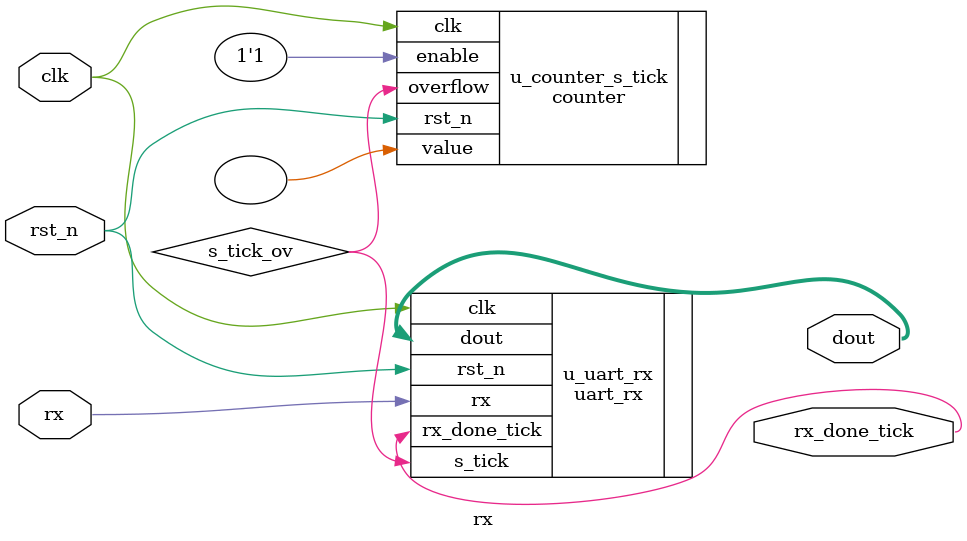
<source format=sv>
module rx #(
    parameter BIT_TICKS = 54
)(
    input logic clk,
    input logic rst_n,
    input logic rx,
    output logic rx_done_tick,
    output logic [7:0] dout
);

wire logic s_tick_ov;

counter #(.RST_VALUE(BIT_TICKS)) u_counter_s_tick (
    .clk,
    .rst_n,
    .enable(1'b1),
    .overflow(s_tick_ov),
    .value()
);

uart_rx u_uart_rx (
    .clk,
    .rst_n,
    .s_tick(s_tick_ov),
    .rx(rx),
    .dout(dout),
    .rx_done_tick(rx_done_tick)
);

endmodule
</source>
